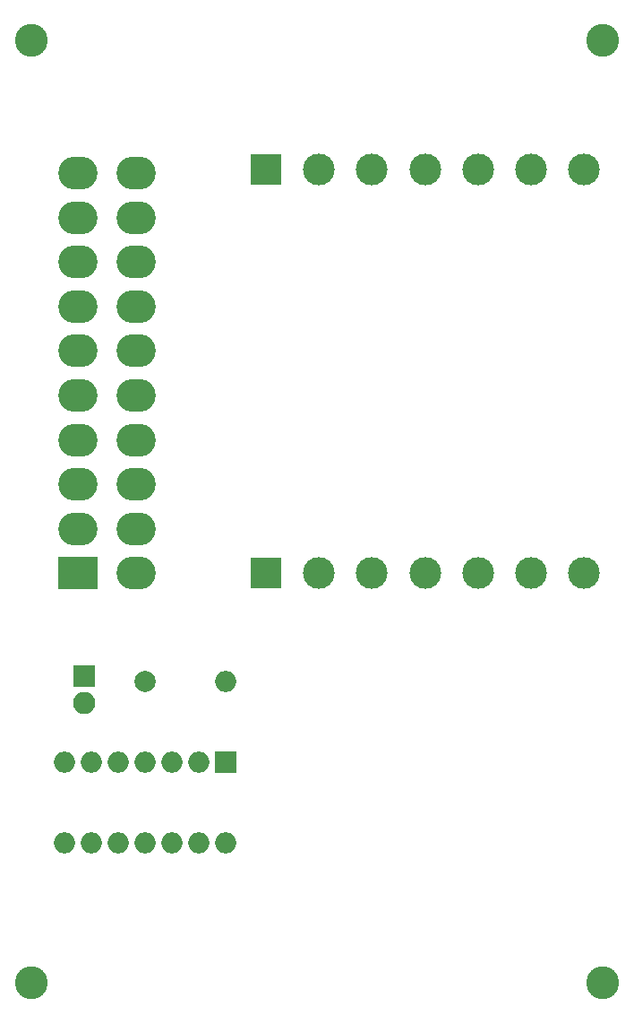
<source format=gbs>
G04 #@! TF.GenerationSoftware,KiCad,Pcbnew,(5.0.0-3-g5ebb6b6)*
G04 #@! TF.CreationDate,2018-10-17T11:41:57-07:00*
G04 #@! TF.ProjectId,PicoPSU,5069636F5053552E6B696361645F7063,rev?*
G04 #@! TF.SameCoordinates,Original*
G04 #@! TF.FileFunction,Soldermask,Bot*
G04 #@! TF.FilePolarity,Negative*
%FSLAX46Y46*%
G04 Gerber Fmt 4.6, Leading zero omitted, Abs format (unit mm)*
G04 Created by KiCad (PCBNEW (5.0.0-3-g5ebb6b6)) date Wednesday, October 17, 2018 at 11:41:57 AM*
%MOMM*%
%LPD*%
G01*
G04 APERTURE LIST*
%ADD10C,3.100000*%
%ADD11R,3.000000X3.000000*%
%ADD12C,3.000000*%
%ADD13O,3.700000X3.100000*%
%ADD14R,3.700000X3.100000*%
%ADD15O,2.000000X2.000000*%
%ADD16R,2.000000X2.000000*%
%ADD17C,2.000000*%
%ADD18O,2.100000X2.100000*%
%ADD19R,2.100000X2.100000*%
G04 APERTURE END LIST*
D10*
G04 #@! TO.C,REF\002A\002A*
X54000000Y-52500000D03*
G04 #@! TD*
G04 #@! TO.C,REF\002A\002A*
X54000000Y-141500000D03*
G04 #@! TD*
G04 #@! TO.C,REF\002A\002A*
X108000000Y-141500000D03*
G04 #@! TD*
D11*
G04 #@! TO.C,REF\002A\002A*
X76200000Y-102806500D03*
D12*
X81200000Y-102806500D03*
X86200000Y-102806500D03*
X91200000Y-102806500D03*
X96200000Y-102806500D03*
X101200000Y-102806500D03*
X106200000Y-102806500D03*
G04 #@! TD*
D13*
G04 #@! TO.C,PicoPSU*
X63920000Y-65006500D03*
X63920000Y-69206500D03*
X63920000Y-73406500D03*
X63920000Y-77606500D03*
X63920000Y-81806500D03*
X63920000Y-86006500D03*
X63920000Y-90206500D03*
X63920000Y-94406500D03*
X63920000Y-98606500D03*
X63920000Y-102806500D03*
X58420000Y-65006500D03*
X58420000Y-69206500D03*
X58420000Y-73406500D03*
X58420000Y-77606500D03*
X58420000Y-81806500D03*
X58420000Y-86006500D03*
X58420000Y-90206500D03*
X58420000Y-94406500D03*
X58420000Y-98606500D03*
D14*
X58420000Y-102806500D03*
G04 #@! TD*
D15*
G04 #@! TO.C,74LS04*
X72390000Y-128270000D03*
X57150000Y-120650000D03*
X69850000Y-128270000D03*
X59690000Y-120650000D03*
X67310000Y-128270000D03*
X62230000Y-120650000D03*
X64770000Y-128270000D03*
X64770000Y-120650000D03*
X62230000Y-128270000D03*
X67310000Y-120650000D03*
X59690000Y-128270000D03*
X69850000Y-120650000D03*
X57150000Y-128270000D03*
D16*
X72390000Y-120650000D03*
G04 #@! TD*
D15*
G04 #@! TO.C,4.7K*
X72390000Y-113030000D03*
D17*
X64770000Y-113030000D03*
G04 #@! TD*
D18*
G04 #@! TO.C,Fan*
X59014360Y-115008660D03*
D19*
X59014360Y-112468660D03*
G04 #@! TD*
D11*
G04 #@! TO.C,REF\002A\002A*
X76200000Y-64706500D03*
D12*
X81200000Y-64706500D03*
X86200000Y-64706500D03*
X91200000Y-64706500D03*
X96200000Y-64706500D03*
X101200000Y-64706500D03*
X106200000Y-64706500D03*
G04 #@! TD*
D10*
G04 #@! TO.C,REF\002A\002A*
X108000000Y-52500000D03*
G04 #@! TD*
M02*

</source>
